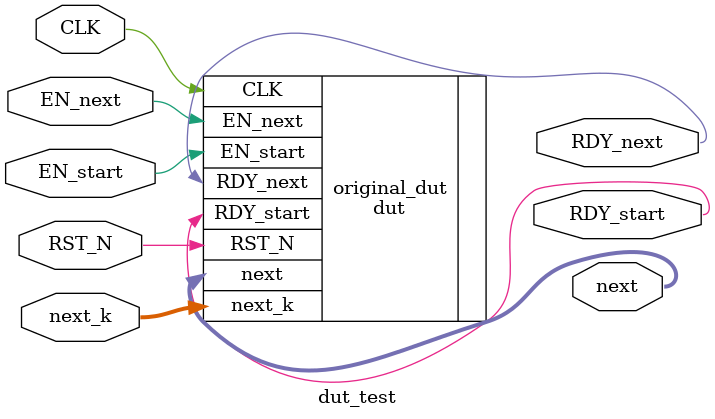
<source format=v>
module dut_test (
    input wire CLK,
    input wire RST_N,
    input wire EN_start,
    output wire RDY_start,
    input wire [31:0] next_k,
    input wire EN_next,
    output wire [31:0] next,
    output wire RDY_next
);

    // Instantiate the original "dut" module
    dut original_dut (
        .CLK(CLK),
        .RST_N(RST_N),
        .EN_start(EN_start),
        .RDY_start(RDY_start),
        .next_k(next_k),
        .EN_next(EN_next),
        .next(next),
        .RDY_next(RDY_next)
    );



endmodule


</source>
